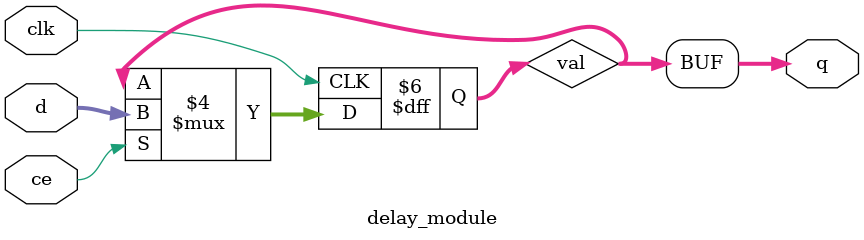
<source format=v>
`timescale 1ns / 1ps


module delay_module#
(
    parameter N=4
)
(
        input clk,
        input ce,
        input [N-1:0] d,
        output [N-1:0] q
    );
reg [N-1:0]val = 0;

always @(posedge clk)
begin
    if(ce) val<=d;
    else val<=val;
end

assign q=val; 
endmodule

</source>
